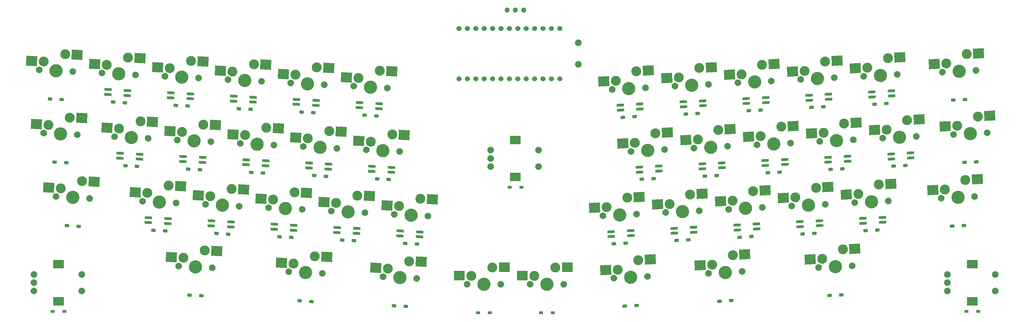
<source format=gbr>
G04 #@! TF.GenerationSoftware,KiCad,Pcbnew,(6.0.10)*
G04 #@! TF.CreationDate,2023-02-02T10:31:19+09:00*
G04 #@! TF.ProjectId,GT40,47543430-2e6b-4696-9361-645f70636258,rev?*
G04 #@! TF.SameCoordinates,Original*
G04 #@! TF.FileFunction,Soldermask,Bot*
G04 #@! TF.FilePolarity,Negative*
%FSLAX46Y46*%
G04 Gerber Fmt 4.6, Leading zero omitted, Abs format (unit mm)*
G04 Created by KiCad (PCBNEW (6.0.10)) date 2023-02-02 10:31:19*
%MOMM*%
%LPD*%
G01*
G04 APERTURE LIST*
G04 Aperture macros list*
%AMRotRect*
0 Rectangle, with rotation*
0 The origin of the aperture is its center*
0 $1 length*
0 $2 width*
0 $3 Rotation angle, in degrees counterclockwise*
0 Add horizontal line*
21,1,$1,$2,0,0,$3*%
G04 Aperture macros list end*
%ADD10C,2.000000*%
%ADD11R,3.200000X2.500000*%
%ADD12C,4.000000*%
%ADD13C,3.000000*%
%ADD14RotRect,3.300000X3.000000X183.000000*%
%ADD15R,3.300000X3.000000*%
%ADD16RotRect,3.300000X3.000000X177.000000*%
%ADD17RotRect,2.200000X0.820000X357.000000*%
%ADD18RotRect,1.300000X0.950000X3.000000*%
%ADD19RotRect,1.300000X0.950000X357.000000*%
%ADD20R,1.300000X0.950000*%
%ADD21RotRect,2.200000X0.820000X3.000000*%
%ADD22O,1.500000X1.500000*%
%ADD23C,1.524000*%
G04 APERTURE END LIST*
D10*
X25837500Y-99425000D03*
X25837500Y-104425000D03*
X25837500Y-101925000D03*
D11*
X33337500Y-107525000D03*
X33337500Y-96325000D03*
D10*
X40337500Y-104425000D03*
X40337500Y-99425000D03*
D12*
X206327600Y-100300500D03*
D13*
X202389888Y-97963381D03*
D10*
X201254562Y-100566367D03*
D13*
X208598252Y-95094529D03*
D10*
X211400638Y-100034633D03*
D14*
X198752783Y-98113938D03*
X212201211Y-94865651D03*
D12*
X221976500Y-80404200D03*
D13*
X218038788Y-78067081D03*
D10*
X216903462Y-80670067D03*
X227049538Y-80138333D03*
D13*
X224247152Y-75198229D03*
D14*
X214401683Y-78217638D03*
X227850111Y-74969351D03*
D10*
X229816662Y-99069467D03*
D12*
X234889700Y-98803600D03*
D10*
X239962738Y-98537733D03*
D13*
X230951988Y-96466481D03*
X237160352Y-93597629D03*
D14*
X227314883Y-96617038D03*
X240763311Y-93368751D03*
D13*
X227035452Y-36899829D03*
X220827088Y-39768681D03*
D12*
X224764800Y-42105800D03*
D10*
X219691762Y-42371667D03*
X229837838Y-41839933D03*
D14*
X217189983Y-39919238D03*
X230638411Y-36670951D03*
D13*
X245603888Y-57546281D03*
D10*
X244468562Y-60149267D03*
D12*
X249541600Y-59883400D03*
D13*
X251812252Y-54677429D03*
D10*
X254614638Y-59617533D03*
D14*
X241966783Y-57696838D03*
X255415211Y-54448551D03*
D13*
X208011552Y-37896829D03*
D10*
X210813938Y-42836933D03*
D13*
X201803188Y-40765681D03*
D10*
X200667862Y-43368667D03*
D12*
X205740900Y-43102800D03*
D14*
X198166083Y-40916238D03*
X211614511Y-37667951D03*
D12*
X202978900Y-81399800D03*
D10*
X208051938Y-81133933D03*
X197905862Y-81665667D03*
D13*
X205249552Y-76193829D03*
X199041188Y-79062681D03*
D14*
X195404083Y-79213238D03*
X208852511Y-75964951D03*
D10*
X263108462Y-97324767D03*
D12*
X268181500Y-97058900D03*
D13*
X264243788Y-94721781D03*
D10*
X273254538Y-96793033D03*
D13*
X270452152Y-91852929D03*
D14*
X260606683Y-94872338D03*
X274055111Y-91624051D03*
D13*
X213764452Y-56671429D03*
X207556088Y-59540281D03*
D10*
X216566838Y-61611533D03*
D12*
X211493800Y-61877400D03*
D10*
X206420762Y-62143267D03*
D14*
X203918983Y-59690838D03*
X217367411Y-56442551D03*
D10*
X246099738Y-79139933D03*
D13*
X237088988Y-77068681D03*
D12*
X241026700Y-79405800D03*
D10*
X235953662Y-79671667D03*
D13*
X243297352Y-74199829D03*
D14*
X233451883Y-77219238D03*
X246900311Y-73970951D03*
D10*
X257713162Y-40379067D03*
D13*
X258848488Y-37776081D03*
X265056852Y-34907229D03*
D12*
X262786200Y-40113200D03*
D10*
X267859238Y-39847333D03*
D14*
X255211383Y-37926638D03*
X268659811Y-34678351D03*
D10*
X263466162Y-59153667D03*
D13*
X264601488Y-56550681D03*
X270809852Y-53681829D03*
D10*
X273612238Y-58621933D03*
D12*
X268539200Y-58887800D03*
D14*
X260964383Y-56701238D03*
X274412811Y-53452951D03*
D12*
X260050600Y-78408800D03*
D10*
X265123638Y-78142933D03*
X254977562Y-78674667D03*
D13*
X262321252Y-73202829D03*
X256112888Y-76071681D03*
D14*
X252475783Y-76222238D03*
X265924211Y-72973951D03*
D10*
X310305338Y-75775133D03*
D13*
X301294588Y-73703881D03*
D10*
X300159262Y-76306867D03*
D13*
X307502952Y-70835029D03*
D12*
X305232300Y-76041000D03*
D14*
X297657483Y-73854438D03*
X311105911Y-70606151D03*
D10*
X292662438Y-57623533D03*
D13*
X289860052Y-52683429D03*
D12*
X287589400Y-57889400D03*
D13*
X283651688Y-55552281D03*
D10*
X282516362Y-58155267D03*
D14*
X280014583Y-55702838D03*
X293463011Y-52454551D03*
D13*
X284080752Y-33910229D03*
X277872388Y-36779081D03*
D12*
X281810100Y-39116200D03*
D10*
X276737062Y-39382067D03*
X286883138Y-38850333D03*
D14*
X274235283Y-36929638D03*
X287683711Y-33681351D03*
D10*
X238689262Y-41376067D03*
D13*
X246032952Y-35904229D03*
D12*
X243762300Y-41110200D03*
D10*
X248835338Y-40844333D03*
D13*
X239824588Y-38773081D03*
D14*
X236187483Y-38923638D03*
X249635911Y-35675351D03*
D10*
X274001462Y-77677667D03*
D13*
X281345152Y-72205829D03*
D10*
X284147538Y-77145933D03*
D12*
X279074500Y-77411800D03*
D13*
X275136788Y-75074681D03*
D14*
X271499683Y-75225238D03*
X284948111Y-71976951D03*
D13*
X305053588Y-54430681D03*
D10*
X314064338Y-56501933D03*
D13*
X311261952Y-51561829D03*
D10*
X303918262Y-57033667D03*
D12*
X308991300Y-56767800D03*
D14*
X301416483Y-54581238D03*
X314864911Y-51332951D03*
D10*
X302062500Y-99425000D03*
X302062500Y-104425000D03*
X302062500Y-101925000D03*
D11*
X309562500Y-96325000D03*
X309562500Y-107525000D03*
D10*
X316562500Y-104425000D03*
X316562500Y-99425000D03*
X167005000Y-102393700D03*
D13*
X158115000Y-99853700D03*
D10*
X156845000Y-102393700D03*
D12*
X161925000Y-102393700D03*
D13*
X164465000Y-97313700D03*
D15*
X154475000Y-99813700D03*
X168075000Y-97273700D03*
D13*
X177165000Y-99853700D03*
D10*
X175895000Y-102393700D03*
X186055000Y-102393700D03*
D12*
X180975000Y-102393700D03*
D13*
X183515000Y-97313700D03*
D15*
X173525000Y-99813700D03*
X187125000Y-97273700D03*
D10*
X163950000Y-61793700D03*
X163950000Y-66793700D03*
X163950000Y-64293700D03*
D11*
X171450000Y-69893700D03*
X171450000Y-58693700D03*
D10*
X178450000Y-66793700D03*
X178450000Y-61793700D03*
D13*
X54352186Y-33745695D03*
D10*
X46476762Y-38419933D03*
D13*
X47877955Y-35949881D03*
D12*
X51549800Y-38685800D03*
D10*
X56622838Y-38951667D03*
D16*
X44245037Y-35719433D03*
X57959331Y-33894683D03*
D10*
X75646738Y-39948667D03*
D13*
X73376086Y-34742695D03*
X66901855Y-36946881D03*
D10*
X65500662Y-39416933D03*
D12*
X70573700Y-39682800D03*
D16*
X63268937Y-36716433D03*
X76983231Y-34891683D03*
D13*
X70660855Y-56219981D03*
D10*
X69259662Y-58690033D03*
X79405738Y-59221767D03*
D13*
X77135086Y-54015795D03*
D12*
X74332700Y-58955900D03*
D16*
X67027937Y-55989533D03*
X80742231Y-54164783D03*
D13*
X51636955Y-55222981D03*
D12*
X55308800Y-57958900D03*
D10*
X50235762Y-57693033D03*
X60381838Y-58224767D03*
D13*
X58111186Y-53018795D03*
D16*
X48004037Y-54992533D03*
X61718331Y-53167783D03*
D13*
X89684655Y-57216981D03*
D12*
X93356500Y-59952900D03*
D10*
X98429538Y-60218767D03*
X88283462Y-59687033D03*
D13*
X96158886Y-55012795D03*
D16*
X86051737Y-56986533D03*
X99766031Y-55161783D03*
D10*
X117453438Y-61215767D03*
D12*
X112380400Y-60949900D03*
D13*
X115182786Y-56009795D03*
D10*
X107307362Y-60684033D03*
D13*
X108708555Y-58213981D03*
D16*
X105075637Y-57983533D03*
X118789931Y-56158783D03*
D10*
X58750662Y-77215433D03*
X68896738Y-77747167D03*
D13*
X60151855Y-74745381D03*
X66626086Y-72541195D03*
D12*
X63823700Y-77481300D03*
D16*
X56518937Y-74514933D03*
X70233231Y-72690183D03*
D12*
X131404300Y-61946900D03*
D13*
X127732455Y-59210981D03*
X134206686Y-57006795D03*
D10*
X126331262Y-61681033D03*
X136477338Y-62212767D03*
D16*
X124099537Y-58980533D03*
X137813831Y-57155783D03*
D10*
X37598938Y-37954667D03*
X27452862Y-37422933D03*
D12*
X32525900Y-37688800D03*
D13*
X28854055Y-34952881D03*
X35328286Y-32748695D03*
D16*
X25221137Y-34722433D03*
X38935431Y-32897683D03*
D10*
X113694538Y-41942667D03*
D12*
X108621500Y-41676800D03*
D13*
X111423886Y-36736695D03*
X104949655Y-38940881D03*
D10*
X103548462Y-41410933D03*
D16*
X101316737Y-38710433D03*
X115031031Y-36885683D03*
D12*
X120895400Y-80472300D03*
D13*
X123697786Y-75532195D03*
D10*
X115822362Y-80206433D03*
D13*
X117223555Y-77736381D03*
D10*
X125968438Y-80738167D03*
D16*
X113590637Y-77505933D03*
X127304931Y-75681183D03*
D13*
X123976655Y-39937981D03*
D10*
X122575462Y-42408033D03*
X132721538Y-42939767D03*
D12*
X127648500Y-42673900D03*
D13*
X130450886Y-37733795D03*
D16*
X120343737Y-39707533D03*
X134058031Y-37882783D03*
D12*
X37665900Y-76110400D03*
D10*
X42738938Y-76376267D03*
X32592862Y-75844533D03*
D13*
X40468286Y-71170295D03*
X33994055Y-73374481D03*
D16*
X30361137Y-73144033D03*
X44075431Y-71319283D03*
D12*
X82847600Y-78478300D03*
D10*
X77774562Y-78212433D03*
D13*
X79175755Y-75742381D03*
D10*
X87920638Y-78744167D03*
D13*
X85649986Y-73538195D03*
D16*
X75542837Y-75511933D03*
X89257131Y-73687183D03*
D13*
X92399986Y-35739695D03*
D10*
X84524562Y-40413933D03*
X94670638Y-40945667D03*
D13*
X85925755Y-37943881D03*
D12*
X89597600Y-40679800D03*
D16*
X82292837Y-37713433D03*
X96007131Y-35888683D03*
D10*
X106944538Y-79741167D03*
D13*
X104673886Y-74535195D03*
D10*
X96798462Y-79209433D03*
D12*
X101871500Y-79475300D03*
D13*
X98199655Y-76739381D03*
D16*
X94566737Y-76508933D03*
X108281031Y-74684183D03*
D13*
X136247455Y-78733381D03*
X142721686Y-76529195D03*
D12*
X139919300Y-81469300D03*
D10*
X144992338Y-81735167D03*
X134846262Y-81203433D03*
D16*
X132614537Y-78502933D03*
X146328831Y-76678183D03*
D13*
X132872455Y-97632681D03*
D10*
X141617338Y-100634467D03*
D13*
X139346686Y-95428495D03*
D12*
X136544300Y-100368600D03*
D10*
X131471262Y-100102733D03*
D16*
X129239537Y-97402233D03*
X142953831Y-95577483D03*
D12*
X108008500Y-98873100D03*
D10*
X113081538Y-99138967D03*
X102935462Y-98607233D03*
D13*
X110810886Y-93932995D03*
X104336655Y-96137181D03*
D16*
X100703737Y-95906733D03*
X114418031Y-94081983D03*
D10*
X38979938Y-57103167D03*
D13*
X36709286Y-51897195D03*
D12*
X33906900Y-56837300D03*
D13*
X30235055Y-54101381D03*
D10*
X28833862Y-56571433D03*
D16*
X26602137Y-53870933D03*
X40316431Y-52046183D03*
D10*
X79789638Y-97394167D03*
D13*
X71044755Y-94392381D03*
D10*
X69643562Y-96862433D03*
D13*
X77518986Y-92188195D03*
D12*
X74716600Y-97128300D03*
D16*
X67411837Y-94161933D03*
X81126131Y-92337183D03*
D12*
X305616300Y-37868600D03*
D13*
X307886952Y-32662629D03*
D10*
X310689338Y-37602733D03*
X300543262Y-38134467D03*
D13*
X301678588Y-35531481D03*
D14*
X298041483Y-35682038D03*
X311489911Y-32433751D03*
D13*
X232788352Y-55674429D03*
D12*
X230517700Y-60880400D03*
D10*
X225444662Y-61146267D03*
D13*
X226579988Y-58543281D03*
D10*
X235590738Y-60614533D03*
D14*
X222942883Y-58693838D03*
X236391311Y-55445551D03*
D17*
X57873409Y-62996519D03*
X51981495Y-62687736D03*
X51902991Y-64185681D03*
X57794905Y-64494464D03*
D18*
X239253833Y-88134496D03*
X242798967Y-87948704D03*
D19*
X106848033Y-50221504D03*
X110393167Y-50407296D03*
D20*
X169691200Y-73031000D03*
X173241200Y-73031000D03*
D18*
X258275733Y-87139896D03*
X261820867Y-86954104D03*
D21*
X290893805Y-62622536D03*
X285001891Y-62931319D03*
X285080395Y-64429264D03*
X290972309Y-64120481D03*
D20*
X31562500Y-110649600D03*
X35112500Y-110649600D03*
D17*
X123475009Y-85506319D03*
X117583095Y-85197536D03*
X117504591Y-86695481D03*
X123396505Y-87004264D03*
D18*
X280033333Y-47845496D03*
X283578467Y-47659704D03*
D19*
X129632333Y-70490304D03*
X133177467Y-70676096D03*
D17*
X114965609Y-65990919D03*
X109073695Y-65682136D03*
X108995191Y-67180081D03*
X114887105Y-67488864D03*
D19*
X125884033Y-51210804D03*
X129429167Y-51396596D03*
D17*
X73158909Y-44721319D03*
X67266995Y-44412536D03*
X67188491Y-45910481D03*
X73080405Y-46219264D03*
D18*
X220203033Y-89133496D03*
X223748167Y-88947704D03*
X303463533Y-84766796D03*
X307008667Y-84581004D03*
D10*
X190500000Y-29250000D03*
X190500000Y-35750000D03*
D21*
X252845905Y-64616136D03*
X246953991Y-64924919D03*
X247032495Y-66422864D03*
X252924409Y-66114081D03*
X247073905Y-45841936D03*
X241181991Y-46150719D03*
X241260495Y-47648664D03*
X247152409Y-47339881D03*
D17*
X54167609Y-43724819D03*
X48275695Y-43416036D03*
X48197191Y-44913981D03*
X54089105Y-45222764D03*
D18*
X204557933Y-109033996D03*
X208103067Y-108848204D03*
D19*
X81110533Y-87019204D03*
X84655667Y-87204996D03*
D21*
X244333105Y-84138236D03*
X238441191Y-84447019D03*
X238519695Y-85944964D03*
X244411609Y-85636181D03*
D18*
X233114733Y-107532396D03*
X236659867Y-107346604D03*
D22*
X171450000Y-19350000D03*
X168950000Y-19350000D03*
X173950000Y-19350000D03*
D18*
X266762033Y-67617696D03*
X270307167Y-67431904D03*
D21*
X206293605Y-86140036D03*
X200401691Y-86448819D03*
X200480195Y-87946764D03*
X206372109Y-87637981D03*
D20*
X160156100Y-111031300D03*
X163706100Y-111031300D03*
D21*
X233825805Y-65612636D03*
X227933891Y-65921419D03*
X228012395Y-67419364D03*
X233904309Y-67110581D03*
D19*
X32120333Y-65382404D03*
X35665467Y-65568196D03*
D21*
X214798105Y-66610336D03*
X208906191Y-66919119D03*
X208984695Y-68417064D03*
X214876609Y-68108281D03*
D18*
X277299633Y-86142196D03*
X280844767Y-85956404D03*
D19*
X134771733Y-108909504D03*
X138316867Y-109095296D03*
D18*
X228746533Y-69608896D03*
X232291667Y-69423104D03*
D17*
X76917909Y-64001819D03*
X71025995Y-63693036D03*
X70947491Y-65190981D03*
X76839405Y-65499764D03*
X104456709Y-84520619D03*
X98564795Y-84211836D03*
X98486291Y-85709781D03*
X104378205Y-86018564D03*
D19*
X68801133Y-48223004D03*
X72346267Y-48408796D03*
X49809833Y-47226504D03*
X53354967Y-47412296D03*
D18*
X209718833Y-70606596D03*
X213263967Y-70420804D03*
D21*
X266091605Y-44843436D03*
X260199691Y-45152219D03*
X260278195Y-46650164D03*
X266170109Y-46341381D03*
D18*
X266411633Y-105787296D03*
X269956767Y-105601504D03*
D17*
X92182809Y-45725819D03*
X86290895Y-45417036D03*
X86212391Y-46914981D03*
X92104305Y-47223764D03*
D21*
X271841305Y-63621436D03*
X265949391Y-63930219D03*
X266027895Y-65428164D03*
X271919809Y-65119381D03*
X225282305Y-85137236D03*
X219390391Y-85446019D03*
X219468895Y-86943964D03*
X225360809Y-86635181D03*
D17*
X130241809Y-47709119D03*
X124349895Y-47400336D03*
X124271391Y-48898281D03*
X130163305Y-49207064D03*
D19*
X110607833Y-69492604D03*
X114152967Y-69678396D03*
D17*
X95941709Y-64993119D03*
X90049795Y-64684336D03*
X89971291Y-66182281D03*
X95863205Y-66491064D03*
D20*
X179190200Y-111021400D03*
X182740200Y-111021400D03*
D19*
X35891333Y-84652304D03*
X39436467Y-84838096D03*
D18*
X261012333Y-48839696D03*
X264557467Y-48653904D03*
D23*
X156972000Y-40156400D03*
X159512000Y-40156400D03*
X162052000Y-40156400D03*
X164592000Y-40156400D03*
X167132000Y-40156400D03*
X169672000Y-40156400D03*
X172212000Y-40156400D03*
X174752000Y-40156400D03*
X177292000Y-40156400D03*
X179832000Y-40156400D03*
X182372000Y-40156400D03*
X184912000Y-40156400D03*
X184912000Y-24936400D03*
X182372000Y-24936400D03*
X179832000Y-24936400D03*
X177292000Y-24936400D03*
X174752000Y-24936400D03*
X172212000Y-24936400D03*
X169672000Y-24936400D03*
X167132000Y-24936400D03*
X164592000Y-24936400D03*
X162052000Y-24936400D03*
X159512000Y-24936400D03*
X156972000Y-24936400D03*
X154432000Y-24936400D03*
X154432000Y-40156400D03*
D21*
X282378905Y-82145936D03*
X276486991Y-82454719D03*
X276565495Y-83952664D03*
X282457409Y-83643881D03*
X263355005Y-83143636D03*
X257463091Y-83452419D03*
X257541595Y-84950364D03*
X263433509Y-84641581D03*
D19*
X62051133Y-86035804D03*
X65596267Y-86221596D03*
X91583933Y-68494804D03*
X95129067Y-68680596D03*
X138159833Y-90035104D03*
X141704967Y-90220896D03*
D21*
X285112605Y-43849236D03*
X279220691Y-44158019D03*
X279299195Y-45655964D03*
X285191109Y-45347181D03*
D17*
X133990109Y-66988619D03*
X128098195Y-66679836D03*
X128019691Y-68177781D03*
X133911605Y-68486564D03*
D18*
X285814533Y-66618796D03*
X289359667Y-66433004D03*
X201214333Y-90136296D03*
X204759467Y-89950504D03*
D19*
X72560133Y-67503504D03*
X76105267Y-67689296D03*
D18*
X247766633Y-68612396D03*
X251311767Y-68426604D03*
D19*
X30747433Y-46234304D03*
X34292567Y-46420096D03*
X87825033Y-49227504D03*
X91370167Y-49413296D03*
D17*
X85468309Y-83517519D03*
X79576395Y-83208736D03*
X79497891Y-84706681D03*
X85389805Y-85015464D03*
D19*
X100098933Y-88022304D03*
X103644067Y-88208096D03*
D17*
X66408909Y-82534119D03*
X60516995Y-82225336D03*
X60438491Y-83723281D03*
X66330405Y-84032064D03*
D19*
X72944033Y-105666704D03*
X76489167Y-105852496D03*
D18*
X307219633Y-65496896D03*
X310764767Y-65311104D03*
D19*
X119117233Y-89008004D03*
X122662367Y-89193796D03*
D18*
X203956233Y-51827296D03*
X207501367Y-51641504D03*
X222992233Y-50832196D03*
X226537367Y-50646404D03*
X241994633Y-49838196D03*
X245539767Y-49652404D03*
X303842533Y-46594696D03*
X307387667Y-46408904D03*
D17*
X142517609Y-86533419D03*
X136625695Y-86224636D03*
X136547191Y-87722581D03*
X142439105Y-88031364D03*
D21*
X209035505Y-47831036D03*
X203143591Y-48139819D03*
X203222095Y-49637764D03*
X209114009Y-49328981D03*
D19*
X53515633Y-66498204D03*
X57060767Y-66683996D03*
D17*
X111205809Y-46719819D03*
X105313895Y-46411036D03*
X105235391Y-47908981D03*
X111127305Y-48217764D03*
D21*
X228071505Y-46835936D03*
X222179591Y-47144719D03*
X222258095Y-48642664D03*
X228150009Y-48333881D03*
D20*
X307787500Y-110621700D03*
X311337500Y-110621700D03*
D19*
X106235933Y-107425104D03*
X109781067Y-107610896D03*
M02*

</source>
